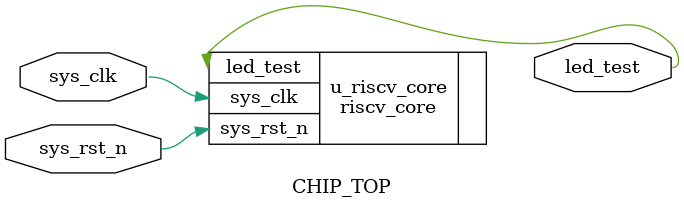
<source format=v>



module CHIP_TOP(
    
    input       sys_clk             ,
    input       sys_rst_n           ,

    output      led_test            

);
//=================================================================================
// Parameter declaration
//=================================================================================


//=================================================================================
// Signal declaration
//=================================================================================


//=================================================================================
// Body
//=================================================================================

riscv_core      u_riscv_core(
    //system signal
    .sys_clk        ( sys_clk       ),
    .sys_rst_n      ( sys_rst_n     ),
    .led_test       ( led_test      )
);

endmodule

</source>
